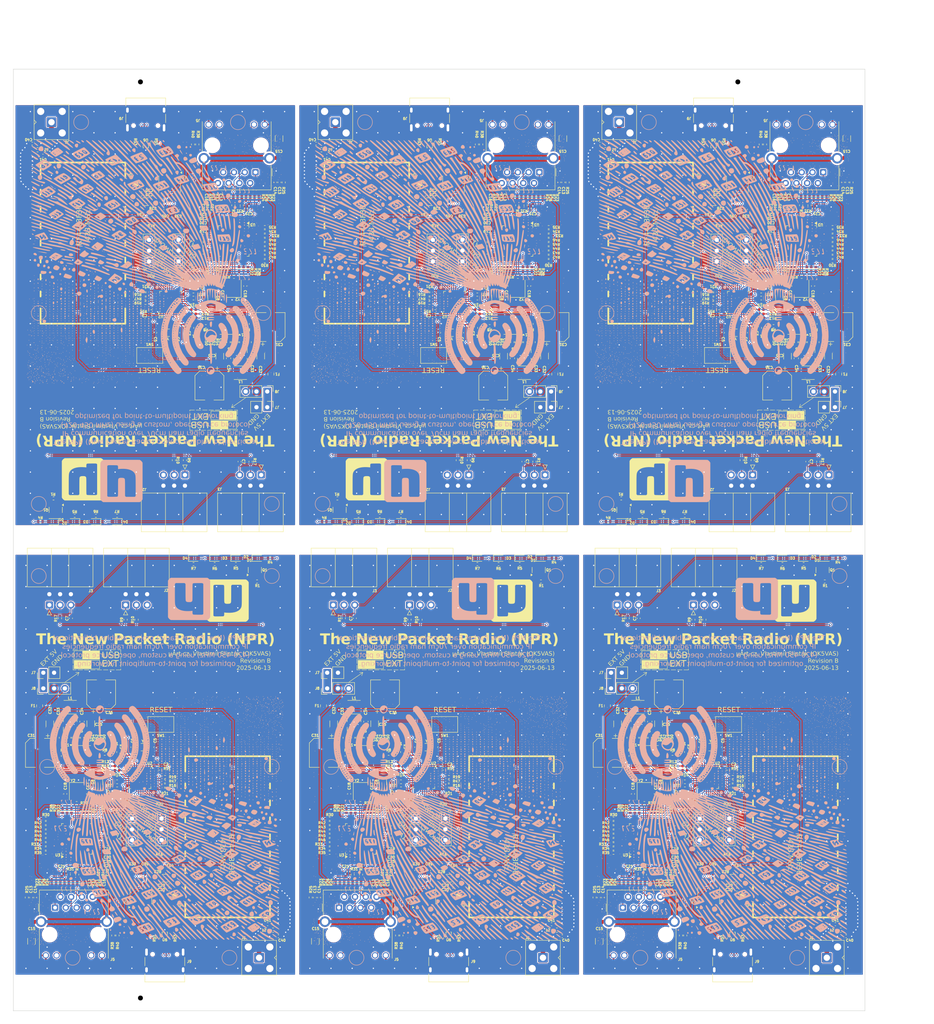
<source format=kicad_pcb>
(kicad_pcb
	(version 20241229)
	(generator "pcbnew")
	(generator_version "9.0")
	(general
		(thickness 1.6)
		(legacy_teardrops no)
	)
	(paper "A4")
	(title_block
		(title "The New Packet Radio (NPR)")
		(date "2025-06-13")
		(rev "B")
		(company "µArt.cz")
		(comment 1 "Vlastimil Slinták (OK5VAS)")
	)
	(layers
		(0 "F.Cu" signal)
		(2 "B.Cu" signal)
		(9 "F.Adhes" user "F.Adhesive")
		(11 "B.Adhes" user "B.Adhesive")
		(13 "F.Paste" user)
		(15 "B.Paste" user)
		(5 "F.SilkS" user "F.Silkscreen")
		(7 "B.SilkS" user "B.Silkscreen")
		(1 "F.Mask" user)
		(3 "B.Mask" user)
		(17 "Dwgs.User" user "User.Drawings")
		(19 "Cmts.User" user "User.Comments")
		(21 "Eco1.User" user "User.Eco1")
		(23 "Eco2.User" user "User.Eco2")
		(25 "Edge.Cuts" user)
		(27 "Margin" user)
		(31 "F.CrtYd" user "F.Courtyard")
		(29 "B.CrtYd" user "B.Courtyard")
		(35 "F.Fab" user)
		(33 "B.Fab" user)
		(39 "User.1" user)
		(41 "User.2" user)
		(43 "User.3" user)
		(45 "User.4" user)
	)
	(setup
		(pad_to_mask_clearance 0)
		(allow_soldermask_bridges_in_footprints no)
		(tenting front back)
		(aux_axis_origin 48 20)
		(grid_origin 48 20)
		(pcbplotparams
			(layerselection 0x00000000_00000000_55555555_5755f5ff)
			(plot_on_all_layers_selection 0x00000000_00000000_00000000_00000000)
			(disableapertmacros no)
			(usegerberextensions no)
			(usegerberattributes yes)
			(usegerberadvancedattributes yes)
			(creategerberjobfile yes)
			(dashed_line_dash_ratio 12.000000)
			(dashed_line_gap_ratio 3.000000)
			(svgprecision 4)
			(plotframeref no)
			(mode 1)
			(useauxorigin no)
			(hpglpennumber 1)
			(hpglpenspeed 20)
			(hpglpendiameter 15.000000)
			(pdf_front_fp_property_popups yes)
			(pdf_back_fp_property_popups yes)
			(pdf_metadata yes)
			(pdf_single_document no)
			(dxfpolygonmode yes)
			(dxfimperialunits yes)
			(dxfusepcbnewfont yes)
			(psnegative no)
			(psa4output no)
			(plot_black_and_white yes)
			(sketchpadsonfab no)
			(plotpadnumbers no)
			(hidednponfab no)
			(sketchdnponfab yes)
			(crossoutdnponfab yes)
			(subtractmaskfromsilk no)
			(outputformat 1)
			(mirror no)
			(drillshape 1)
			(scaleselection 1)
			(outputdirectory "")
		)
	)
	(net 0 "")
	(net 1 "Board_0-+3V3")
	(net 2 "Board_0-+5V")
	(net 3 "Board_0-/AVDD")
	(net 4 "Board_0-/ETH_INT")
	(net 5 "Board_0-/Ethernet/ACT_LED")
	(net 6 "Board_0-/Ethernet/ETH_GND")
	(net 7 "Board_0-/Ethernet/LINK_LED")
	(net 8 "Board_0-/Ethernet/WZNT_AVCC")
	(net 9 "Board_0-/Ethernet/WZNT_DVCC")
	(net 10 "Board_0-/Ethernet/~{CS}")
	(net 11 "Board_0-/Ethernet/~{RST}")
	(net 12 "Board_0-/GPIO_{10}")
	(net 13 "Board_0-/GPIO_{11}")
	(net 14 "Board_0-/LED_CON")
	(net 15 "Board_0-/LED_RX")
	(net 16 "Board_0-/LED_TX")
	(net 17 "Board_0-/PA11")
	(net 18 "Board_0-/PA12")
	(net 19 "Board_0-/Power/D+")
	(net 20 "Board_0-/Power/D-")
	(net 21 "Board_0-/Power/VBUS")
	(net 22 "Board_0-/RF_INT")
	(net 23 "Board_0-/RF_SDN")
	(net 24 "Board_0-/RXD")
	(net 25 "Board_0-/Radio/ANT1")
	(net 26 "Board_0-/Radio/ANT2")
	(net 27 "Board_0-/Radio/CLK")
	(net 28 "Board_0-/Radio/GPIO_{0}")
	(net 29 "Board_0-/Radio/MISO")
	(net 30 "Board_0-/Radio/MOSI")
	(net 31 "Board_0-/Radio/~{CS}")
	(net 32 "Board_0-/SPI1_CLK")
	(net 33 "Board_0-/SPI1_MISO")
	(net 34 "Board_0-/SPI1_MOSI")
	(net 35 "Board_0-/SRAM_CS")
	(net 36 "Board_0-/TXD")
	(net 37 "Board_0-GND")
	(net 38 "Board_0-Net-(C11-Pad2)")
	(net 39 "Board_0-Net-(C12-Pad2)")
	(net 40 "Board_0-Net-(D1-A)")
	(net 41 "Board_0-Net-(D1-K)")
	(net 42 "Board_0-Net-(D2-K)")
	(net 43 "Board_0-Net-(D3-K)")
	(net 44 "Board_0-Net-(D4-K)")
	(net 45 "Board_0-Net-(J2-Pin_1)")
	(net 46 "Board_0-Net-(J2-Pin_3)")
	(net 47 "Board_0-Net-(J3-Pin_3)")
	(net 48 "Board_0-Net-(J4-Pin_1)")
	(net 49 "Board_0-Net-(J4-Pin_3)")
	(net 50 "Board_0-Net-(J5-RCT)")
	(net 51 "Board_0-Net-(J5-RD+)")
	(net 52 "Board_0-Net-(J5-RD-)")
	(net 53 "Board_0-Net-(J5-TCT)")
	(net 54 "Board_0-Net-(J5-TD+)")
	(net 55 "Board_0-Net-(J5-TD-)")
	(net 56 "Board_0-Net-(J7-Pin_1)")
	(net 57 "Board_0-Net-(J8-Pin_2)")
	(net 58 "Board_0-Net-(J9-CC1)")
	(net 59 "Board_0-Net-(J9-CC2)")
	(net 60 "Board_0-Net-(Q1-B)")
	(net 61 "Board_0-Net-(R42-Pad2)")
	(net 62 "Board_0-Net-(R43-Pad2)")
	(net 63 "Board_0-Net-(R44-Pad2)")
	(net 64 "Board_0-Net-(R45-Pad2)")
	(net 65 "Board_0-Net-(R46-Pad2)")
	(net 66 "Board_0-Net-(R49-Pad2)")
	(net 67 "Board_0-Net-(R52-Pad1)")
	(net 68 "Board_0-Net-(U1-SIO1)")
	(net 69 "Board_0-Net-(U1-SIO3)")
	(net 70 "Board_0-Net-(U2-NRST)")
	(net 71 "Board_0-Net-(U2-PA13)")
	(net 72 "Board_0-Net-(U2-PA14)")
	(net 73 "Board_0-Net-(U2-PA15)")
	(net 74 "Board_0-Net-(U2-PA2)")
	(net 75 "Board_0-Net-(U2-PA3)")
	(net 76 "Board_0-Net-(U2-PA5)")
	(net 77 "Board_0-Net-(U2-PA7)")
	(net 78 "Board_0-Net-(U2-PB3)")
	(net 79 "Board_0-Net-(U2-PB5)")
	(net 80 "Board_0-Net-(U2-PC14)")
	(net 81 "Board_0-Net-(U2-PC15)")
	(net 82 "Board_0-Net-(U2-PH3)")
	(net 83 "Board_0-Net-(U3-1V2O)")
	(net 84 "Board_0-Net-(U3-ACTLED)")
	(net 85 "Board_0-Net-(U3-EXRES1)")
	(net 86 "Board_0-Net-(U3-LINKLED)")
	(net 87 "Board_0-Net-(U3-MISO)")
	(net 88 "Board_0-Net-(U3-PMODE0)")
	(net 89 "Board_0-Net-(U3-PMODE1)")
	(net 90 "Board_0-Net-(U3-PMODE2)")
	(net 91 "Board_0-Net-(U3-RXN)")
	(net 92 "Board_0-Net-(U3-RXP)")
	(net 93 "Board_0-Net-(U3-TOCAP)")
	(net 94 "Board_0-Net-(U3-TXN)")
	(net 95 "Board_0-Net-(U3-TXP)")
	(net 96 "Board_0-Net-(U3-XI{slash}CLKIN)")
	(net 97 "Board_0-Net-(U3-XO)")
	(net 98 "Board_0-Net-(U4-SDO)")
	(net 99 "Board_0-Net-(U4-VCC)")
	(net 100 "Board_0-Net-(U5-EN)")
	(net 101 "Board_0-Net-(U5-FB)")
	(net 102 "Board_0-Net-(U5-L1)")
	(net 103 "Board_0-Net-(U5-L2)")
	(net 104 "Board_0-Net-(U7-V3)")
	(net 105 "Board_0-unconnected-(J2-Pin_5-Pad5)")
	(net 106 "Board_0-unconnected-(J5-NC-Pad7)")
	(net 107 "Board_0-unconnected-(J9-SBU1-PadA8)")
	(net 108 "Board_0-unconnected-(J9-SBU2-PadB8)")
	(net 109 "Board_0-unconnected-(U1-SIO2-Pad3)")
	(net 110 "Board_0-unconnected-(U3-DNC-Pad7)")
	(net 111 "Board_0-unconnected-(U3-DUPLED-Pad26)")
	(net 112 "Board_0-unconnected-(U3-NC-Pad12)")
	(net 113 "Board_0-unconnected-(U3-NC-Pad13)")
	(net 114 "Board_0-unconnected-(U3-NC-Pad46)")
	(net 115 "Board_0-unconnected-(U3-NC-Pad47)")
	(net 116 "Board_0-unconnected-(U3-RSVD-Pad23)")
	(net 117 "Board_0-unconnected-(U3-SPDLED-Pad24)")
	(net 118 "Board_0-unconnected-(U3-VBG-Pad18)")
	(net 119 "Board_0-unconnected-(U4-NC-Pad14)")
	(net 120 "Board_0-unconnected-(U4-NC-Pad3)")
	(net 121 "Board_0-unconnected-(U4-NC-Pad4)")
	(net 122 "Board_0-unconnected-(U7-~{CTS}-Pad5)")
	(net 123 "Board_0-unconnected-(U7-~{DTR}-Pad4)")
	(net 124 "Board_0-unconnected-(U7-~{RTS}-Pad6)")
	(net 125 "Board_1-+3V3")
	(net 126 "Board_1-+5V")
	(net 127 "Board_1-/AVDD")
	(net 128 "Board_1-/ETH_INT")
	(net 129 "Board_1-/Ethernet/ACT_LED")
	(net 130 "Board_1-/Ethernet/ETH_GND")
	(net 131 "Board_1-/Ethernet/LINK_LED")
	(net 132 "Board_1-/Ethernet/WZNT_AVCC")
	(net 133 "Board_1-/Ethernet/WZNT_DVCC")
	(net 134 "Board_1-/Ethernet/~{CS}")
	(net 135 "Board_1-/Ethernet/~{RST}")
	(net 136 "Board_1-/GPIO_{10}")
	(net 137 "Board_1-/GPIO_{11}")
	(net 138 "Board_1-/LED_CON")
	(net 139 "Board_1-/LED_RX")
	(net 140 "Board_1-/LED_TX")
	(net 141 "Board_1-/PA11")
	(net 142 "Board_1-/PA12")
	(net 143 "Board_1-/Power/D+")
	(net 144 "Board_1-/Power/D-")
	(net 145 "Board_1-/Power/VBUS")
	(net 146 "Board_1-/RF_INT")
	(net 147 "Board_1-/RF_SDN")
	(net 148 "Board_1-/RXD")
	(net 149 "Board_1-/Radio/ANT1")
	(net 150 "Board_1-/Radio/ANT2")
	(net 151 "Board_1-/Radio/CLK")
	(net 152 "Board_1-/Radio/GPIO_{0}")
	(net 153 "Board_1-/Radio/MISO")
	(net 154 "Board_1-/Radio/MOSI")
	(net 155 "Board_1-/Radio/~{CS}")
	(net 156 "Board_1-/SPI1_CLK")
	(net 157 "Board_1-/SPI1_MISO")
	(net 158 "Board_1-/SPI1_MOSI")
	(net 159 "Board_1-/SRAM_CS")
	(net 160 "Board_1-/TXD")
	(net 161 "Board_1-GND")
	(net 162 "Board_1-Net-(C11-Pad2)")
	(net 163 "Board_1-Net-(C12-Pad2)")
	(net 164 "Board_1-Net-(D1-A)")
	(net 165 "Board_1-Net-(D1-K)")
	(net 166 "Board_1-Net-(D2-K)")
	(net 167 "Board_1-Net-(D3-K)")
	(net 168 "Board_1-Net-(D4-K)")
	(net 169 "Board_1-Net-(J2-Pin_1)")
	(net 170 "Board_1-Net-(J2-Pin_3)")
	(net 171 "Board_1-Net-(J3-Pin_3)")
	(net 172 "Board_1-Net-(J4-Pin_1)")
	(net 173 "Board_1-Net-(J4-Pin_3)")
	(net 174 "Board_1-Net-(J5-RCT)")
	(net 175 "Board_1-Net-(J5-RD+)")
	(net 176 "Board_1-Net-(J5-RD-)")
	(net 177 "Board_1-Net-(J5-TCT)")
	(net 178 "Board_1-Net-(J5-TD+)")
	(net 179 "Board_1-Net-(J5-TD-)")
	(net 180 "Board_1-Net-(J7-Pin_1)")
	(net 181 "Board_1-Net-(J8-Pin_2)")
	(net 182 "Board_1-Net-(J9-CC1)")
	(net 183 "Board_1-Net-(J9-CC2)")
	(net 184 "Board_1-Net-(Q1-B)")
	(net 185 "Board_1-Net-(R42-Pad2)")
	(net 186 "Board_1-Net-(R43-Pad2)")
	(net 187 "Board_1-Net-(R44-Pad2)")
	(net 188 "Board_1-Net-(R45-Pad2)")
	(net 189 "Board_1-Net-(R46-Pad2)")
	(net 190 "Board_1-Net-(R49-Pad2)")
	(net 191 "Board_1-Net-(R52-Pad1)")
	(net 192 "Board_1-Net-(U1-SIO1)")
	(net 193 "Board_1-Net-(U1-SIO3)")
	(net 194 "Board_1-Net-(U2-NRST)")
	(net 195 "Board_1-Net-(U2-PA13)")
	(net 196 "Board_1-Net-(U2-PA14)")
	(net 197 "Board_1-Net-(U2-PA15)")
	(net 198 "Board_1-Net-(U2-PA2)")
	(net 199 "Board_1-Net-(U2-PA3)")
	(net 200 "Board_1-Net-(U2-PA5)")
	(net 201 "Board_1-Net-(U2-PA7)")
	(net 202 "Board_1-Net-(U2-PB3)")
	(net 203 "Board_1-Net-(U2-PB5)")
	(net 204 "Board_1-Net-(U2-PC14)")
	(net 205 "Board_1-Net-(U2-PC15)")
	(net 206 "Board_1-Net-(U2-PH3)")
	(net 207 "Board_1-Net-(U3-1V2O)")
	(net 208 "Board_1-Net-(U3-ACTLED)")
	(net 209 "Board_1-Net-(U3-EXRES1)")
	(net 210 "Board_1-Net-(U3-LINKLED)")
	(net 211 "Board_1-Net-(U3-MISO)")
	(net 212 "Board_1-Net-(U3-PMODE0)")
	(net 213 "Board_1-Net-(U3-PMODE1)")
	(net 214 "Board_1-Net-(U3-PMODE2)")
	(net 215 "Board_1-Net-(U3-RXN)")
	(net 216 "Board_1-Net-(U3-RXP)")
	(net 217 "Board_1-Net-(U3-TOCAP)")
	(net 218 "Board_1-Net-(U3-TXN)")
	(net 219 "Board_1-Net-(U3-TXP)")
	(net 220 "Board_1-Net-(U3-XI{slash}CLKIN)")
	(net 221 "Board_1-Net-(U3-XO)")
	(net 222 "Board_1-Net-(U4-SDO)")
	(net 223 "Board_1-Net-(U4-VCC)")
	(net 224 "Board_1-Net-(U5-EN)")
	(net 225 "Board_1-Net-(U5-FB)")
	(net 226 "Board_1-Net-(U5-L1)")
	(net 227 "Board_1-Net-(U5-L2)")
	(net 228 "Board_1-Net-(U7-V3)")
	(net 229 "Board_1-unconnected-(J2-Pin_5-Pad5)")
	(net 230 "Board_1-unconnected-(J5-NC-Pad7)")
	(net 231 "Board_1-unconnected-(J9-SBU1-PadA8)")
	(net 232 "Board_1-unconnected-(J9-SBU2-PadB8)")
	(net 233 "Board_1-unconnected-(U1-SIO2-Pad3)")
	(net 234 "Board_1-unconnected-(U3-DNC-Pad7)")
	(net 235 "Board_1-unconnected-(U3-DUPLED-Pad26)")
	(net 236 "Board_1-unconnected-(U3-NC-Pad12)")
	(net 237 "Board_1-unconnected-(U3-NC-Pad13)")
	(net 238 "Board_1-unconnected-(U3-NC-Pad46)")
	(net 239 "Board_1-unconnected-(U3-NC-Pad47)")
	(net 240 "Board_1-unconnected-(U3-RSVD-Pad23)")
	(net 241 "Board_1-unconnected-(U3-SPDLED-Pad24)")
	(net 242 "Board_1-unconnected-(U3-VBG-Pad18)")
	(net 243 "Board_1-unconnected-(U4-NC-Pad14)")
	(net 244 "Board_1-unconnected-(U4-NC-Pad3)")
	(net 245 "Board_1-unconnected-(U4-NC-Pad4)")
	(net 246 "Board_1-unconnected-(U7-~{CTS}-Pad5)")
	(net 247 "Board_1-unconnected-(U7-~{DTR}-Pad4)")
	(net 248 "Board_1-unconnected-(U7-~{RTS}-Pad6)")
	(net 249 "Board_2-+3V3")
	(net 250 "Board_2-+5V")
	(net 251 "Board_2-/AVDD")
	(net 252 "Board_2-/ETH_INT")
	(net 253 "Board_2-/Ethernet/ACT_LED")
	(net 254 "Board_2-/Ethernet/ETH_GND")
	(net 255 "Board_2-/Ethernet/LINK_LED")
	(net 256 "Board_2-/Ethernet/WZNT_AVCC")
	(net 257 "Board_2-/Ethernet/WZNT_DVCC")
	(net 258 "Board_2-/Ethernet/~{CS}")
	(net 259 "Board_2-/Ethernet/~{RST}")
	(net 260 "Board_2-/GPIO_{10}")
	(net 261 "Board_2-/GPIO_{11}")
	(net 262 "Board_2-/LED_CON")
	(net 263 "Board_2-/LED_RX")
	(net 264 "Board_2-/LED_TX")
	(net 265 "Board_2-/PA11")
	(net 266 "Board_2-/PA12")
	(net 267 "Board_2-/Power/D+")
	(net 268 "Board_2-/Power/D-")
	(net 269 "Board_2-/Power/VBUS")
	(net 270 "Board_2-/RF_INT")
	(net 271 "Board_2-/RF_SDN")
	(net 272 "Board_2-/RXD")
	(net 273 "Board_2-/Radio/ANT1")
	(net 274 "Board_2-/Radio/ANT2")
	(net 275 "Board_2-/Radio/CLK")
	(net 276 "Board_2-/Radio/GPIO_{0}")
	(net 277 "Board_2-/Radio/MISO")
	(net 278 "Board_2-/Radio/MOSI")
	(net 279 "Board_2-/Radio/~{CS}")
	(net 280 "Board_2-/SPI1_CLK")
	(net 281 "Board_2-/SPI1_MISO")
	(net 282 "Board_2-/SPI1_MOSI")
	(net 283 "Board_2-/SRAM_CS")
	(net 284 "Board_2-/TXD")
	(net 285 "Board_2-GND")
	(net 286 "Board_2-Net-(C11-Pad2)")
	(net 287 "Board_2-Net-(C12-Pad2)")
	(net 288 "Board_2-Net-(D1-A)")
	(net 289 "Board_2-Net-(D1-K)")
	(net 290 "Board_2-Net-(D2-K)")
	(net 291 "Board_2-Net-(D3-K)")
	(net 292 "Board_2-Net-(D4-K)")
	(net 293 "Board_2-Net-(J2-Pin_1)")
	(net 294 "Board_2-Net-(J2-Pin_3)")
	(net 295 "Board_2-Net-(J3-Pin_3)")
	(net 296 "Board_2-Net-(J4-Pin_1)")
	(net 297 "Board_2-Net-(J4-Pin_3)")
	(net 298 "Board_2-Net-(J5-RCT)")
	(net 299 "Board_2-Net-(J5-RD+)")
	(net 300 "Board_2-Net-(J5-RD-)")
	(net 301 "Board_2-Net-(J5-TCT)")
	(net 302 "Board_2-Net-(J5-TD+)")
	(net 303 "Board_2-Net-(J5-TD-)")
	(net 304 "Board_2-Net-(J7-Pin_1)")
	(net 305 "Board_2-Net-(J8-Pin_2)")
	(net 306 "Board_2-Net-(J9-CC1)")
	(net 307 "Board_2-Net-(J9-CC2)")
	(net 308 "Board_2-Net-(Q1-B)")
	(net 309 "Board_2-Net-(R42-Pad2)")
	(net 310 "Board_2-Net-(R43-Pad2)")
	(net 311 "Board_2-Net-(R44-Pad2)")
	(net 312 "Board_2-Net-(R45-Pad2)")
	(net 313 "Board_2-Net-(R46-Pad2)")
	(net 314 "Board_2-Net-(R49-Pad2)")
	(net 315 "Board_2-Net-(R52-Pad1)")
	(net 316 "Board_2-Net-(U1-SIO1)")
	(net 317 "Board_2-Net-(U1-SIO3)")
	(net 318 "Board_2-Net-(U2-NRST)")
	(net 319 "Board_2-Net-(U2-PA13)")
	(net 320 "Board_2-Net-(U2-PA14)")
	(net 321 "Board_2-Net-(U2-PA15)")
	(net 322 "Board_2-Net-(U2-PA2)")
	(net 323 "Board_2-Net-(U2-PA3)")
	(net 324 "Board_2-Net-(U2-PA5)")
	(net 325 "Board_2-Net-(U2-PA7)")
	(net 326 "Board_2-Net-(U2-PB3)")
	(net 327 "Board_2-Net-(U2-PB5)")
	(net 328 "Board_2-Net-(U2-PC14)")
	(net 329 "Board_2-Net-(U2-PC15)")
	(net 330 "Board_2-Net-(U2-PH3)")
	(net 331 "Board_2-Net-(U3-1V2O)")
	(net 332 "Board_2-Net-(U3-ACTLED)")
	(net 333 "Board_2-Net-(U3-EXRES1)")
	(net 334 "Board_2-Net-(U3-LINKLED)")
	(net 335 "Board_2-Net-(U3-MISO)")
	(net 336 "Board_2-Net-(U3-PMODE0)")
	(net 337 "Board_2-Net-(U3-PMODE1)")
	(net 338 "Board_2-Net-(U3-PMODE2)")
	(net 339 "Board_2-Net-(U3-RXN)")
	(net 340 "Board_2-Net-(U3-RXP)")
	(net 341 "Board_2-Net-(U3-TOCAP)")
	(net 342 "Board_2-Net-(U3-TXN)")
	(net 343 "Board_2-Net-(U3-TXP)")
	(net 344 "Board_2-Net-(U3-XI{slash}CLKIN)")
	(net 345 "Board_2-Net-(U3-XO)")
	(net 346 "Board_2-Net-(U4-SDO)")
	(net 347 "Board_2-Net-(U4-VCC)")
	(net 348 "Board_2-Net-(U5-EN)")
	(net 349 "Board_2-Net-(U5-FB)")
	(net 350 "Board_2-Net-(U5-L1)")
	(net 351 "Board_2-Net-(U5-L2)")
	(net 352 "Board_2-Net-(U7-V3)")
	(net 353 "Board_2-unconnected-(J2-Pin_5-Pad5)")
	(net 354 "Board_2-unconnected-(J5-NC-Pad7)")
	(net 355 "Board_2-unconnected-(J9-SBU1-PadA8)")
	(net 356 "Board_2-unconnected-(J9-SBU2-PadB8)")
	(net 357 "Board_2-unconnected-(U1-SIO2-Pad3)")
	(net 358 "Board_2-unconnected-(U3-DNC-Pad7)")
	(net 359 "Board_2-unconnected-(U3-DUPLED-Pad26)")
	(net 360 "Board_2-unconnected-(U3-NC-Pad12)")
	(net 361 "Board_2-unconnected-(U3-NC-Pad13)")
	(net 362 "Board_2-unconnected-(U3-NC-Pad46)")
	(net 363 "Board_2-unconnected-(U3-NC-Pad47)")
	(net 364 "Board_2-unconnected-(U3-RSVD-Pad23)")
	(net 365 "Board_2-unconnected-(U3-SPDLED-Pad24)")
	(net 366 "Board_2-unconnected-(U3-VBG-Pad18)")
	(net 367 "Board_2-unconnected-(U4-NC-Pad14)")
	(net 368 "Board_2-unconnected-(U4-NC-Pad3)")
	(net 369 "Board_2-unconnected-(U4-NC-Pad4)")
	(net 370 "Board_2-unconnected-(U7-~{CTS}-Pad5)")
	(net 371 "Board_2-unconnected-(U7-~{DTR}-Pad4)")
	(net 372 "Board_2-unconnected-(U7-~{RTS}-Pad6)")
	(net 373 "Board_3-+3V3")
	(net 374 "Board_3-+5V")
	(net 375 "Board_3-/AVDD")
	(net 376 "Board_3-/ETH_INT")
	(net 377 "Board_3-/Ethernet/ACT_LED")
	(net 378 "Board_3-/Ethernet/ETH_GND")
	(net 379 "Board_3-/Ethernet/LINK_LED")
	(net 380 "Board_3-/Ethernet/WZNT_AVCC")
	(net 381 "Board_3-/Ethernet/WZNT_DVCC")
	(net 382 "Board_3-/Ethernet/~{CS}")
	(net 383 "Board_3-/Ethernet/~{RST}")
	(net 384 "Board_3-/GPIO_{10}")
	(net 385 "Board_3-/GPIO_{11}")
	(net 386 "Board_3-/LED_CON")
	(net 387 "Board_3-/LED_RX")
	(net 388 "Board_3-/LED_TX")
	(net 389 "Board_3-/PA11")
	(net 390 "Board_3-/PA12")
	(net 391 "Board_3-/Power/D+")
	(net 392 "Board_3-/Power/D-")
	(net 393 "Board_3-/Power/VBUS")
	(net 394 "Board_3-/RF_INT")
	(net 395 "Board_3-/RF_SDN")
	(net 396 "Board_3-/RXD")
	(net 397 "Board_3-/Radio/ANT1")
	(net 398 "Board_3-/Radio/ANT2")
	(net 399 "Board_3-/Radio/CLK")
	(net 400 "Board_3-/Radio/GPIO_{0}")
	(net 401 "Board_3-/Radio/MISO")
	(net 402 "Board_3-/Radio/MOSI")
	(net 403 "Board_3-/Radio/~{CS}")
	(net 404 "Board_3-/SPI1_CLK")
	(net 405 "Board_3-/SPI1_MISO")
	(net 406 "Board_3-/SPI1_MOSI")
	(net 407 "Board_3-/SRAM_CS")
	(net 408 "Board_3-/TXD")
	(net 409 "Board_3-GND")
	(net 410 "Board_3-Net-(C11-Pad2)")
	(net 411 "Board_3-Net-(C12-Pad2)")
	(net 412 "Board_3-Net-(D1-A)")
	(net 413 "Board_3-Net-(D1-K)")
	(net 414 "Board_3-Net-(D2-K)")
	(net 415 "Board_3-Net-(D3-K)")
	(net 416 "Board_3-Net-(D4-K)")
	(net 417 "Board_3-Net-(J2-Pin_1)")
	(net 418 "Board_3-Net-(J2-Pin_3)")
	(net 419 "Board_3-Net-(J3-Pin_3)")
	(net 420 "Board_3-Net-(J4-Pin_1)")
	(net 421 "Board_3-Net-(J4-Pin_3)")
	(net 422 "Board_3-Net-(J5-RCT)")
	(net 423 "Board_3-Net-(J5-RD+)")
	(net 424 "Board_3-Net-(J5-RD-)")
	(net 425 "Board_3-Net-(J5-TCT)")
	(net 426 "Board_3-Net-(J5-TD+)")
	(net 427 "Board_3-Net-(J5-TD-)")
	(net 428 "Board_3-Net-(J7-Pin_1)")
	(net 429 "Board_3-Net-(J8-Pin_2)")
	(net 430 "Board_3-Net-(J9-CC1)")
	(net 431 "Board_3-Net-(J9-CC2)")
	(net 432 "Board_3-Net-(Q1-B)")
	(net 433 "Board_3-Net-(R42-Pad2)")
	(net 434 "Board_3-Net-(R43-Pad2)")
	(net 435 "Board_3-Net-(R44-Pad2)")
	(net 436 "Board_3-Net-(R45-Pad2)")
	(net 437 "Board_3-Net-(R46-Pad2)")
	(net 438 "Board_3-Net-(R49-Pad2)")
	(net 439 "Board_3-Net-(R52-Pad1)")
	(net 440 "Board_3-Net-(U1-SIO1)")
	(net 441 "Board_3-Net-(U1-SIO3)")
	(net 442 "Board_3-Net-(U2-NRST)")
	(net 443 "Board_3-Net-(U2-PA13)")
	(net 444 "Board_3-Net-(U2-PA14)")
	(net 445 "Board_3-Net-(U2-PA15)")
	(net 446 "Board_3-Net-(U2-PA2)")
	(net 447 "Board_3-Net-(U2-PA3)")
	(net 448 "Board_3-Net-(U2-PA5)")
	(net 449 "Board_3-Net-(U2-PA7)")
	(net 450 "Board_3-Net-(U2-PB3)")
	(net 451 "Board_3-Net-(U2-PB5)")
	(net 452 "Board_3-Net-(U2-PC14)")
	(net 453 "Board_3-Net-(U2-PC15)")
	(net 454 "Board_3-Net-(U2-PH3)")
	(net 455 "Board_3-Net-(U3-1V2O)")
	(net 456 "Board_3-Net-(U3-ACTLED)")
	(net 457 "Board_3-Net-(U3-EXRES1)")
	(net 458 "Board_3-Net-(U3-LINKLED)")
	(net 459 "Board_3-Net-(U3-MISO)")
	(net 460 "Board_3-Net-(U3-PMODE0)")
	(net 461 "Board_3-Net-(U3-PMODE1)")
	(net 462 "Board_3-Net-(U3-PMODE2)")
	(net 463 "Board_3-Net-(U3-RXN)")
	(net 464 "Board_3-Net-(U3-RXP)")
	(net 465 "Board_3-Net-(U3-TOCAP)")
	(net 466 "Board_3-Net-(U3-TXN)")
	(net 467 "Board_3-Net-(U3-TXP)")
	(net 468 "Board_3-Net-(U3-XI{slash}CLKIN)")
	(net 469 "Board_3-Net-(U3-XO)")
	(net 470 "Board_3-Net-(U4-SDO)")
	(net 471 "Board_3-Net-(U4-VCC)")
	(net 472 "Board_3-Net-(U5-EN)")
	(net 473 "Board_3-Net-(U5-FB)")
	(net 474 "Board_3-Net-(U5-L1)")
	(net 475 "Board_3-Net-(U5-L2)")
	(net 476 "Board_3-Net-(U7-V3)")
	(net 477 "Board_3-unconnected-(J2-Pin_5-Pad5)")
	(net 478 "Board_3-unconnected-(J5-NC-Pad7)")
	(net 479 "Board_3-unconnected-(J9-SBU1-PadA8)")
	(net 480 "Board_3-unconnected-(J9-SBU2-PadB8)")
	(net 481 "Board_3-unconnected-(U1-SIO2-Pad3)")
	(net 482 "Board_3-unconnected-(U3-DNC-Pad7)")
	(net 483 "Board_3-unconnected-(U3-DUPLED-Pad26)")
	(net 484 "Board_3-unconnected-(U3-NC-Pad12)")
	(net 485 "Board_3-unconnected-(U3-NC-Pad13)")
	(net 486 "Board_3-unconnected-(U3-NC-Pad46)")
	(net 487 "Board_3-unconnected-(U3-NC-Pad47)")
	(net 488 "Board_3-unconnected-(U3-RSVD-Pad23)")
	(net 489 "Board_3-unconnected-(U3-SPDLED-Pad24)")
	(net 490 "Board_3-unconnected-(U3-VBG-Pad18)")
	(net 491 "Board_3-unconnected-(U4-NC-Pad14)")
	(net 492 "Board_3-unconnected-(U4-NC-Pad3)")
	(net 493 "Board_3-unconnected-(U4-NC-Pad4)")
	(net 494 "Board_3-unconnected-(U7-~{CTS}-Pad5)")
	(net 495 "Board_3-unconnected-(U7-~{DTR}-Pad4)")
	(net 496 "Board_3-unconnected-(U7-~{RTS}-Pad6)")
	(net 497 "Board_4-+3V3")
	(net 498 "Board_4-+5V")
	(net 499 "Board_4-/AVDD")
	(net 500 "Board_4-/ETH_INT")
	(net 501 "Board_4-/Ethernet/ACT_LED")
	(net 502 "Board_4-/Ethernet/ETH_GND")
	(net 503 "Board_4-/Ethernet/LINK_LED")
	(net 504 "Board_4-/Ethernet/WZNT_AVCC")
	(net 505 "Board_4-/Ethernet/WZNT_DVCC")
	(net 506 "Board_4-/Ethernet/~{CS}")
	(net 507 "Board_4-/Ethernet/~{RST}")
	(net 508 "Board_4-/GPIO_{10}")
	(net 509 "Board_4-/GPIO_{11}")
	(net 510 "Board_4-/LED_CON")
	(net 511 "Board_4-/LED_RX")
	(net 512 "Board_4-/LED_TX")
	(net 513 "Board_4-/PA11")
	(net 514 "Board_4-/PA12")
	(net 515 "Board_4-/Power/D+")
	(net 516 "Board_4-/Power/D-")
	(net 517 "Board_4-/Power/VBUS")
	(net 518 "Board_4-/RF_INT")
	(net 519 "Board_4-/RF_SDN")
	(net 520 "Board_4-/RXD")
	(net 521 "Board_4-/Radio/ANT1")
	(net 522 "Board_4-/Radio/ANT2")
	(net 523 "Board_4-/Radio/CLK")
	(net 524 "Board_4-/Radio/GPIO_{0}")
	(net 525 "Board_4-/Radio/MISO")
	(net 526 "Board_4-/Radio/MOSI")
	(net 527 "Board_4-/Radio/~{CS}")
	(net 528 "Board_4-/SPI1_CLK")
	(net 529 "Board_4-/SPI1_MISO")
	(net 530 "Board_4-/SPI1_MOSI")
	(net 531 "Board_4-/SRAM_CS")
	(net 532 "Board_4-/TXD")
	(net 533 "Board_4-GND")
	(net 534 "Board_4-Net-(C11-Pad2)")
	(net 535 "Board_4-Net-(C12-Pad2)")
	(net 536 "Board_4-Net-(D1-A)")
	(net 537 "Board_4-Net-(D1-K)")
	(net 538 "Board_4-Net-(D2-K)")
	(net 539 "Board_4-Net-(D3-K)")
	(net 540 "Board_4-Net-(D4-K)")
	(net 541 "Board_4-Net-(J2-Pin_1)")
	(net 542 "Board_4-Net-(J2-Pin_3)")
	(net 543 "Board_4-Net-(J3-Pin_3)")
	(net 544 "Board_4-Net-(J4-Pin_1)")
	(net 545 "Board_4-Net-(J4-Pin_3)")
	(net 546 "Board_4-Net-(J5-RCT)")
	(net 547 "Board_4-Net-(J5-RD+)")
	(net 548 "Board_4-Net-(J5-RD-)")
	(net 549 "Board_4-Net-(J5-TCT)")
	(net 550 "Board_4-Net-(J5-TD+)")
	(net 551 "Board_4-Net-(J5-TD-)")
	(net 552 "Board_4-Net-(J7-Pin_1)")
	(net 553 "Board_4-Net-(J8-Pin_2)")
	(net 554 "Board_4-Net-(J9-CC1)")
	(net 555 "Board_4-Net-(J9-CC2)")
	(net 556 "Board_4-Net-(Q1-B)")
	(net 557 "Board_4-Net-(R42-Pad2)")
	(net 558 "Board_4-Net-(R43-Pad2)")
	(net 559 "Board_4-Net-(R44-Pad2)")
	(net 560 "Board_4-Net-(R45-Pad2)")
	(net 561 "Board_4-Net-(R46-Pad2)")
	(net 562 "Board_4-Net-(R49-Pad2)")
	(net 563 "Board_4-Net-(R52-Pad1)")
	(net 564 "Board_4-Net-(U1-SIO1)")
	(net 565 "Board_4-Net-(U1-SIO3)")
	(net 566 "Board_4-Net-(U2-NRST)")
	(net 567 "Board_4-Net-(U2-PA13)")
	(net 568 "Board_4-Net-(U2-PA14)")
	(net 569 "Board_4-Net-(U2-PA15)")
	(net 570 "Board_4-Net-(U2-PA2)")
	(net 571 "Board_4-Net-(U2-PA3)")
	(net 572 "Board_4-Net-(U2-PA5)")
	(net 573 "Board_4-Net-(U2-PA7)")
	(net 574 "Board_4-Net-(U2-PB3)")
	(net 575 "Board_4-Net-(U2-PB5)")
	(net 576 "Board_4-Net-(U2-PC14)")
	(net 577 "Board_4-Net-(U2-PC15)")
	(net 578 "Board_4-Net-(U2-PH3)")
	(net 579 "Board_4-Net-(U3-1V2O)")
	(net 580 "Board_4-Net-(U3-ACTLED)")
	(net 581 "Board_4-Net-(U3-EXRES1)")
	(net 582 "Board_4-Net-(U3-LINKLED)")
	(net 583 "Board_4-Net-(U3-MISO)")
	(net 584 "Board_4-Net-(U3-PMODE0)")
	(net 585 "Board_4-Net-(U3-PMODE1)")
	(net 586 "Board_4-Net-(U3-PMODE2)")
	(net 587 "Board_4-Net-(U3-RXN)")
	(net 588 "Board_4-Net-(U3-RXP)")
	(net 589 "Board_4-Net-(U3-TOCAP)")
	(net 590 "Board_4-Net-(U3-TXN)")
	(net 591 "Board_4-Net-(U3-TXP)")
	(net 592 "Board_4-Net-(U3-XI{slash}CLKIN)")
	(net 593 "Board_4-Net-(U3-XO)")
	(net 594 "Board_4-Net-(U4-SDO)")
	(net 595 "Board_4-Net-(U4-VCC)")
	(net 596 "Board_4-Net-(U5-EN)")
	(net 597 "Board_4-Net-(U5-FB)")
	(net 598 "Board_4-Net-(U5-L1)")
	(net 599 "Board_4-Net-(U5-L2)")
	(net 600 "Board_4-Net-(U7-V3)")
	(net 601 "Board_4-unconnected-(J2-Pin_5-Pad5)")
	(net 602 "Board_4-unconnected-(J5-NC-Pad7)")
	(net 603 "Board_4-unconnected-(J9-SBU1-PadA8)")
	(net 604 "Board_4-unconnected-(J9-SBU2-PadB8)")
	(net 605 "Board_4-unconnected-(U1-SIO2-Pad3)")
	(net 606 "Board_4-unconnected-(U3-DNC-Pad7)")
	(net 607 "Board_4-unconnected-(U3-DUPLED-Pad26)")
	(net 608 "Board_4-unconnected-(U3-NC-Pad12)")
	(net 609 "Board_4-unconnected-(U3-NC-Pad13)")
	(net 610 "Board_4-unconnected-(U3-NC-Pad46)")
	(net 611 "Board_4-unconnected-(U3-NC-Pad47)")
	(net 612 "Board_4-unconnected-(U3-RSVD-Pad23)")
	(net 613 "Board_4-unconnected-(U3-SPDLED-Pad24)")
	(net 614 "Board_4-unconnected-(U3-VBG-Pad18)")
	(net 615 "Board_4-unconnected-(U4-NC-Pad14)")
	(net 616 "Board_4-unconnected-(U4-NC-Pad3)")
	(net 617 "Board_4-unconnected-(U4-NC-Pad4)")
	(net 618 "Board_4-unconnected-(U7-~{CTS}-Pad5)")
	(net 619 "Board_4-unconnected-(U7-~{DTR}-Pad4)")
	(net 620 "Board_4-unconnected-(U7-~{RTS}-Pad6)")
	(net 621 "Board_5-+3V3")
	(net 622 "Board_5-+5V")
	(net 623 "Board_5-/AVDD")
	(net 624 "Board_5-/ETH_INT")
	(net 625 "Board_5-/Ethernet/ACT_LED")
	(net 626 "Board_5-/Ethernet/ETH_GND")
	(net 627 "Board_5-/Ethernet/LINK_LED")
	(net 628 "Board_5-/Ethernet/WZNT_AVCC")
	(net 629 "Board_5-/Ethernet/WZNT_DVCC")
	(net 630 "Board_5-/Ethernet/~{CS}")
	(net 631 "Board_5-/Ethernet/~{RST}")
	(net 632 "Board_5-/GPIO_{10}")
	(net 633 "Board_5-/GPIO_{11}")
	(net 634 "Board_5-/LED_CON")
	(net 635 "Board_5-/LED_RX")
	(net 636 "Board_5-/LED_TX")
	(net 637 "Board_5-/PA11")
	(net 638 "Board_5-/PA12")
	(net 639 "Board_5-/Power/D+")
	(net 640 "Board_5-/Power/D-")
	(net 641 "Board_5-/Power/VBUS")
	(net 642 "Board_5-/RF_INT")
	(net 643 "Board_5-/RF_SDN")
	(net 644 "Board_5-/RXD")
	(net 645 "Board_5-/Radio/ANT1")
	(net 646 "Board_5-/Radio/ANT2")
	(net 647 "Board_5-/Radio/CLK")
	(net 648 "Board_5-/Radio/GPIO_{0}")
	(net 649 "Board_5-/Radio/MISO")
	(net 650 "Board_5-/Radio/MOSI")
	(net 651 "Board_5-/Radio/~{CS}")
	(net 652 "Board_5-/SPI1_CLK")
	(net 653 "Board_5-/SPI1_MISO")
	(net 654 "Board_5-/SPI1_MOSI")
	(net 655 "Board_5-/SRAM_CS")
	(net 656 "Board_5-/TXD")
	(net 657 "Board_5-GND")
	(net 658 "Board_5-Net-(C11-Pad2)")
	(net 659 "Board_5-Net-(C12-Pad2)")
	(net 660 "Board_5-Net-(D1-A)")
	(net 661 "Board_5-Net-(D1-K)")
	(net 662 "Board_5-Net-(D2-K)")
	(net 663 "Board_5-Net-(D3-K)")
	(net 664 "Board_5-Net-(D4-K)")
	(net 665 "Board_5-Net-(J2-Pin_1)")
	(net 666 "Board_5-Net-(J2-Pin_3)")
	(net 667 "Board_5-Net-(J3-Pin_3)")
	(net 668 "Board_5-Net-(J4-Pin_1)")
	(net 669 "Board_5-Net-(J4-Pin_3)")
	(net 670 "Board_5-Net-(J5-RCT)")
	(net 671 "Board_5-Net-(J5-RD+)")
	(net 672 "Board_5-Net-(J5-RD-)")
	(net 673 "Board_5-Net-(J5-TCT)")
	(net 674 "Board_5-Net-(J5-TD+)")
	(net 675 "Board_5-Net-(J5-TD-)")
	(net 676 "Board_5-Net-(J7-Pin_1)")
	(net 677 "Board_5-Net-(J8-Pin_2)")
	(net 678 "Board_5-Net-(J9-CC1)")
	(net 679 "Board_5-Net-(J9-CC2)")
	(net 680 "Board_5-Net-(Q1-B)")
	(net 681 "Board_5-Net-(R42-Pad2)")
	(net 682 "Board_5-Net-(R43-Pad2)")
	(net 683 "Board_5-Net-(R44-Pad2)")
	(net 684 "Board_5-Net-(R45-Pad2)")
	(net 685 "Board_5-Net-(R46-Pad2)")
	(net 686 "Board_5-Net-(R49-Pad2)")
	(net 687 "Board_5-Net-(R52-Pad1)")
	(net 688 "Board_5-Net-(U1-SIO1)")
	(net 689 "Board_5-Net-(U1-SIO3)")
	(net 690 "Board_5-Net-(U2-NRST)")
	(net 691 "Board_5-Net-(U2-PA13)")
	(net 692 "Board_5-Net-(U2-PA14)")
	(net 693 "Board_5-Net-(U2-PA15)")
	(net 694 "Board_5-Net-(U2-PA2)")
	(net 695 "Board_5-Net-(U2-PA3)")
	(net 696 "Board_5-Net-(U2-PA5)")
	(net 697 "Board_5-Net-(U2-PA7)")
	(net 698 "Board_5-Net-(U2-PB3)")
	(net 699 "Board_5-Net-(U2-PB5)")
	(net 700 "Board_5-Net-(U2-PC14)")
	(net 701 "Board_5-Net-(U2-PC15)")
	(net 702 "Board_5-Net-(U2-PH3)")
	(net 703 "Board_5-Net-(U3-1V2O)")
	(net 704 "Board_5-Net-(U3-ACTLED)")
	(net 705 "Board_5-Net-(U3-EXRES1)")
	(net 706 "Board_5-Net-(U3-LINKLED)")
	(net 707 "Board_5-Net-(U3-MISO)")
	(net 708 "Board_5-Net-(U3-PMODE0)")
	(net 709 "Board_5-Net-(U3-PMODE1)")
	(net 710 "Board_5-Net-(U3-PMODE2)")
	(net 711 "Board_5-Net-(U3-RXN)")
	(net 712 "Board_5-Net-(U3-RXP)")
	(net 713 "Board_5-Net-(U3-TOCAP)")
	(net 714 "Board_5-Net-(U3-TXN)")
	(net 715 "Board_5-Net-(U3-TXP)")
	(net 716 "Board_5-Net-(U3-XI{slash}CLKIN)")
	(net 717 "Board_5-Net-(U3-XO)")
	(net 718 "Board_5-Net-(U4-SDO)")
	(net 719 "Board_5-Net-(U4-VCC)")
	(net 720 "Board_5-Net-(U5-EN)")
	(net 721 "Board_5-Net-(U5-FB)")
	(net 722 "Board_5-Net-(U5-L1)")
	(net 723 "Board_5-Net-(U5-L2)")
	(net 724 "Board_5-Net-(U7-V3)")
	(net 725 "Board_5-unconnected-(J2-Pin_5-Pad5)")
	(net 726 "Board_5-unconnected-(J5-NC-Pad7)")
	(net 727 "Board_5-unconnected-(J9-SBU1-PadA8)")
	(net 728 "Board_5-unconnected-(J9-SBU2-PadB8)")
	(net 729 "Board_5-unconnected-(U1-SIO2-Pad3)")
	(net 730 "Board_5-unconnected-(U3-DNC-Pad7)")
	(net 731 "Board_5-unconnected-(U3-DUPLED-Pad26)")
	(net 732 "Board_5-unconnected-(U3-NC-Pad12)")
	(net 733 "Board_5-unconnected-(U3-NC-Pad13)")
	(net 734 "Board_5-unconnected-(U3-NC-Pad46)")
	(net 735 "Board_5-unconnected-(U3-NC-Pad47)")
	(net 736 "Board_5-unconnected-(U3-RSVD-Pad23)")
	(net 737 "Board_5-unconnected-(U3-SPDLED-Pad24)")
	(net 738 "Board_5-unconnected-(U3-VBG-Pad18)")
	(net 739 "Board_5-unconnected-(U4-NC-Pad14)")
	(net 740 "Board_5-unconnected-(U4-NC-Pad3)")
	(net 741 "Board_5-unconnected-(U4-NC-Pad4)")
	(net 742 "Board_5-unconnected-(U7-~{CTS}-Pad5)")
	(net 743 "Board_5-unconnected-(U7-~{DTR}-Pad4)")
	(net 744 "Board_5-unconnected-(U7-~{RTS}-Pad6)")
	(footprint "Capacitor_SMD:C_0402_1005Metric" (layer "F.Cu") (at 231.38 71.1295 -90))
	(footprint "Resistor_SMD:R_0402_1005Metric" (layer "F.Cu") (at 102.913125 50.1995 90))
	(footprint "Capacitor_SMD:C_0402_1005Metric" (layer "F.Cu") (at 222.5 80.6995 90))
	(footprint "Button_Switch_SMD:SW_SPST_CK_RS282G05A3" (layer "F.Cu") (at 147.1875 87.4995))
	(footprint "Capacitor_SMD:C_0402_1005Metric" (layer "F.Cu") (at 199.055 211.8195 90))
	(footprint "Resistor_SMD:R_0402_1005Metric" (layer "F.Cu") (at 55.66 200.7495))
	(footprint "Capacitor_SMD:C_0402_1005Metric" (layer "F.Cu") (at 89.5 80.6995 -90))
	(footprint "Connector_PinHeader_2.54mm:PinHeader_1x02_P2.54mm_Vertical" (layer "F.Cu") (at 174.925 99.6995 -90))
	(footprint "Capacitor_SMD:C_0402_1005Metric" (layer "F.Cu") (at 231.78 67.1295 -90))
	(footprint "Resistor_SMD:R_0402_1005Metric" (layer "F.Cu") (at 174.36 58.2495))
	(footprint "Resistor_SMD:R_0402_1005Metric" (layer "F.Cu") (at 157.525 77.6995 180))
	(footprint "Capacitor_SMD:C_0402_1005Metric" (layer "F.Cu") (at 63.07375 211.8195 90))
	(footprint "Connector_PinHeader_2.54mm:PinHeader_1x03_P2.54mm_Vertical" (layer "F.Cu") (at 210 196.6995))
	(footprint "Resistor_SMD:R_0402_1005Metric" (layer "F.Cu") (at 127.67 194.8495 90))
	(footprint "Capacitor_SMD:C_0402_1005Metric" (layer "F.Cu") (at 128.6 149.4795 -90))
	(footprint "Package_SO:SOP-8_3.9x4.9mm_P1.27mm" (layer "F.Cu") (at 232.7 79.9645 180))
	(footprint "Resistor_SMD:R_0402_1005Metric" (layer "F.Cu") (at 55.66 198.7495))
	(footprint "Resistor_SMD:R_0402_1005Metric" (layer "F.Cu") (at 239.5225 140.7995))
	(footprint "LOGO" (layer "F.Cu") (at 165.575 145.2995))
	(footprint "Capacitor_SMD:C_0402_1005Metric" (layer "F.Cu") (at 132.22 194.8695 90))
	(footprint "Resistor_SMD:R_0402_1005Metric" (layer "F.Cu") (at 189.64 203.7495 180))
	(footprint "Capacitor_SMD:C_0402_1005Metric" (layer "F.Cu") (at 97.98 52.7195 90))
	(footprint "Capacitor_SMD:C_0402_1005Metric" (layer "F.Cu") (at 151.75 212.4445 180))
	(footprint "Resistor_SMD:R_0402_1005Metric" (layer "F.Cu") (at 245.815 46.6995 90))
	(footprint "Resistor_SMD:R_0402_1005Metric" (layer "F.Cu") (at 168.28 67.1495 -90))
	(footprint "Resistor_SMD:R_0402_1005Metric" (layer "F.Cu") (at 144.78 37.1095 -90))
	(footprint "Resistor_SMD:R_0402_1005Metric" (layer "F.Cu") (at 100.065 68.9495 180))
	(footprint "Resistor_SMD:R_0402_1005Metric" (layer "F.Cu") (at 175.61 135.2995 180))
	(footprint "Capacitor_SMD:C_0402_1005Metric" (layer "F.Cu") (at 109.815 46.6795 -90))
	(footprint "Resistor_SMD:R_0402_1005Metric" (layer "F.Cu") (at 189.66 198.7495))
	(footprint "LED_SMD:LED_0603_1608Metric" (layer "F.Cu") (at 167.8 135.2995))
	(footprint "Capacitor_SMD:C_0402_1005Metric" (layer "F.Cu") (at 186.445 37.5745 180))
	(footprint "Capacitor_SMD:C_0402_1005Metric" (layer "F.Cu") (at 102.73 71.1295 -90))
	(footprint "Resistor_SMD:R_0402_1005Metric" (layer "F.Cu") (at 211.1 149.7995 90))
	(footprint "Package_TO_SOT_SMD:SOT-23" (layer "F.Cu") (at 192 123.912 -90))
	(footprint "Capacitor_SMD:C_0402_1005Metric" (layer "F.Cu") (at 92.815 61.2495 180))
	(footprint "Resistor_SMD:R_0402_1005Metric" (layer "F.Cu") (at 124.4775 121.1995 180))
	(footprint "Connector_Coaxial:SMA_Amphenol_901-143_Horizontal"
		(layer "F.Cu")
		(uuid "0e2797aa-5451-4fc8-b234-1eb5de15718d")
		(at 240 229.4995 180)
		(descr "Amphenol RF 901-143 https://www.amphenolrf.com/library/download/link/link_id/593645/parent/901-143/")
		(tags "SMA THT Female Jack Horizontal")
		(property "Reference" "J6"
			(at 3.65 4.65 0)
			(unlocked yes)
			(layer "F.SilkS")
			(uuid "686302af-17ac-44d5-a942-9266d8db74f2")
			(effects
				(font
					(size 0.6 0.6)
					(thickness 0.15)
				)
			)
		)
		(property "Value" "Antenna"
			(at 0 5 0)
			(unlocked yes)
			(layer "F.Fab")
			(uuid "ff61e470-5d24-439f-8d87-63854054fa77")
			(effects
				(font
					(size 1 1)
					(thickness 0.15)
				)
			)
		)
		(property "Datasheet" "~"
			(at 0 0 180)
			(unlocked yes)
			(layer "F.Fab")
			(hide yes)
			(uuid "81396736-baf3-4451-bfb5-8ef4a858c595")
			(effects
				(font
					(size 0.8 0.8)
					(thickness 0.15)
				)
			)
		)
		(property "Description" "coaxial connector (BNC, SMA, SMB, SMC, Cinch/RCA, LEMO, ...)"
			(at 0 0 180)
			(unlocked yes)
			(layer "F.Fab")
			(hide yes)
			(uuid "5563dbb1-b42b-445b-95db-970553afc7a0")
			(effects
				(font
					(size 0.8 0.8)
					(thickness 0.15)
				)
			)
		)
		(property "LCSC" "C411575"
			(at 0 0 180)
			(unlocked yes)
			(layer "F.Fab")
			(hide yes)
			(uuid "e4231cd6-6ee9-40d6-8f75-7b1b34d0fd82")
			(effects
				(font
					(size 0.8 0.8)
					(thickness 0.15)
				)
			)
		)
		(path "/ceb4f6e0-f2ba-44a2-9ded-bb6c3febfc3c/0b510098-f873-4f22-8713-4bd4194efd3a")
		(attr through_hole)
		(fp_line
			(start 4.1 -4.1)
			(end 4.1 4.1)
			(stroke
				(width 0.12)
				(type solid)
			)
			(layer "F.SilkS")
			(uuid "d
... [14389886 chars truncated]
</source>
